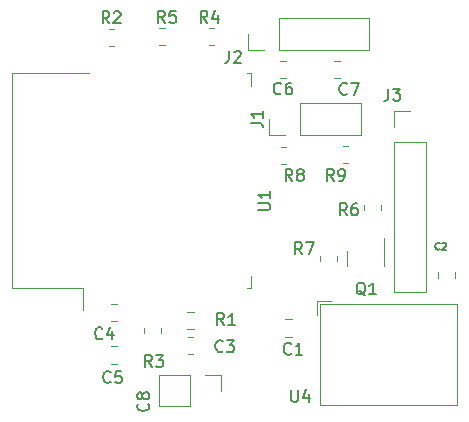
<source format=gbr>
%TF.GenerationSoftware,KiCad,Pcbnew,6.0.8-f2edbf62ab~116~ubuntu22.04.1*%
%TF.CreationDate,2022-10-18T22:53:01+02:00*%
%TF.ProjectId,ble-han-port-if,626c652d-6861-46e2-9d70-6f72742d6966,rev?*%
%TF.SameCoordinates,Original*%
%TF.FileFunction,Legend,Top*%
%TF.FilePolarity,Positive*%
%FSLAX46Y46*%
G04 Gerber Fmt 4.6, Leading zero omitted, Abs format (unit mm)*
G04 Created by KiCad (PCBNEW 6.0.8-f2edbf62ab~116~ubuntu22.04.1) date 2022-10-18 22:53:01*
%MOMM*%
%LPD*%
G01*
G04 APERTURE LIST*
%ADD10C,0.150000*%
%ADD11C,0.120000*%
G04 APERTURE END LIST*
D10*
%TO.C,C8*%
X132207142Y-117716666D02*
X132254761Y-117764285D01*
X132302380Y-117907142D01*
X132302380Y-118002380D01*
X132254761Y-118145238D01*
X132159523Y-118240476D01*
X132064285Y-118288095D01*
X131873809Y-118335714D01*
X131730952Y-118335714D01*
X131540476Y-118288095D01*
X131445238Y-118240476D01*
X131350000Y-118145238D01*
X131302380Y-118002380D01*
X131302380Y-117907142D01*
X131350000Y-117764285D01*
X131397619Y-117716666D01*
X131730952Y-117145238D02*
X131683333Y-117240476D01*
X131635714Y-117288095D01*
X131540476Y-117335714D01*
X131492857Y-117335714D01*
X131397619Y-117288095D01*
X131350000Y-117240476D01*
X131302380Y-117145238D01*
X131302380Y-116954761D01*
X131350000Y-116859523D01*
X131397619Y-116811904D01*
X131492857Y-116764285D01*
X131540476Y-116764285D01*
X131635714Y-116811904D01*
X131683333Y-116859523D01*
X131730952Y-116954761D01*
X131730952Y-117145238D01*
X131778571Y-117240476D01*
X131826190Y-117288095D01*
X131921428Y-117335714D01*
X132111904Y-117335714D01*
X132207142Y-117288095D01*
X132254761Y-117240476D01*
X132302380Y-117145238D01*
X132302380Y-116954761D01*
X132254761Y-116859523D01*
X132207142Y-116811904D01*
X132111904Y-116764285D01*
X131921428Y-116764285D01*
X131826190Y-116811904D01*
X131778571Y-116859523D01*
X131730952Y-116954761D01*
%TO.C,J2*%
X139066666Y-87852380D02*
X139066666Y-88566666D01*
X139019047Y-88709523D01*
X138923809Y-88804761D01*
X138780952Y-88852380D01*
X138685714Y-88852380D01*
X139495238Y-87947619D02*
X139542857Y-87900000D01*
X139638095Y-87852380D01*
X139876190Y-87852380D01*
X139971428Y-87900000D01*
X140019047Y-87947619D01*
X140066666Y-88042857D01*
X140066666Y-88138095D01*
X140019047Y-88280952D01*
X139447619Y-88852380D01*
X140066666Y-88852380D01*
%TO.C,R9*%
X147933333Y-98852380D02*
X147600000Y-98376190D01*
X147361904Y-98852380D02*
X147361904Y-97852380D01*
X147742857Y-97852380D01*
X147838095Y-97900000D01*
X147885714Y-97947619D01*
X147933333Y-98042857D01*
X147933333Y-98185714D01*
X147885714Y-98280952D01*
X147838095Y-98328571D01*
X147742857Y-98376190D01*
X147361904Y-98376190D01*
X148409523Y-98852380D02*
X148600000Y-98852380D01*
X148695238Y-98804761D01*
X148742857Y-98757142D01*
X148838095Y-98614285D01*
X148885714Y-98423809D01*
X148885714Y-98042857D01*
X148838095Y-97947619D01*
X148790476Y-97900000D01*
X148695238Y-97852380D01*
X148504761Y-97852380D01*
X148409523Y-97900000D01*
X148361904Y-97947619D01*
X148314285Y-98042857D01*
X148314285Y-98280952D01*
X148361904Y-98376190D01*
X148409523Y-98423809D01*
X148504761Y-98471428D01*
X148695238Y-98471428D01*
X148790476Y-98423809D01*
X148838095Y-98376190D01*
X148885714Y-98280952D01*
%TO.C,R8*%
X144433333Y-98852380D02*
X144100000Y-98376190D01*
X143861904Y-98852380D02*
X143861904Y-97852380D01*
X144242857Y-97852380D01*
X144338095Y-97900000D01*
X144385714Y-97947619D01*
X144433333Y-98042857D01*
X144433333Y-98185714D01*
X144385714Y-98280952D01*
X144338095Y-98328571D01*
X144242857Y-98376190D01*
X143861904Y-98376190D01*
X145004761Y-98280952D02*
X144909523Y-98233333D01*
X144861904Y-98185714D01*
X144814285Y-98090476D01*
X144814285Y-98042857D01*
X144861904Y-97947619D01*
X144909523Y-97900000D01*
X145004761Y-97852380D01*
X145195238Y-97852380D01*
X145290476Y-97900000D01*
X145338095Y-97947619D01*
X145385714Y-98042857D01*
X145385714Y-98090476D01*
X145338095Y-98185714D01*
X145290476Y-98233333D01*
X145195238Y-98280952D01*
X145004761Y-98280952D01*
X144909523Y-98328571D01*
X144861904Y-98376190D01*
X144814285Y-98471428D01*
X144814285Y-98661904D01*
X144861904Y-98757142D01*
X144909523Y-98804761D01*
X145004761Y-98852380D01*
X145195238Y-98852380D01*
X145290476Y-98804761D01*
X145338095Y-98757142D01*
X145385714Y-98661904D01*
X145385714Y-98471428D01*
X145338095Y-98376190D01*
X145290476Y-98328571D01*
X145195238Y-98280952D01*
%TO.C,R7*%
X145233333Y-105052380D02*
X144900000Y-104576190D01*
X144661904Y-105052380D02*
X144661904Y-104052380D01*
X145042857Y-104052380D01*
X145138095Y-104100000D01*
X145185714Y-104147619D01*
X145233333Y-104242857D01*
X145233333Y-104385714D01*
X145185714Y-104480952D01*
X145138095Y-104528571D01*
X145042857Y-104576190D01*
X144661904Y-104576190D01*
X145566666Y-104052380D02*
X146233333Y-104052380D01*
X145804761Y-105052380D01*
%TO.C,R5*%
X133633333Y-85452380D02*
X133300000Y-84976190D01*
X133061904Y-85452380D02*
X133061904Y-84452380D01*
X133442857Y-84452380D01*
X133538095Y-84500000D01*
X133585714Y-84547619D01*
X133633333Y-84642857D01*
X133633333Y-84785714D01*
X133585714Y-84880952D01*
X133538095Y-84928571D01*
X133442857Y-84976190D01*
X133061904Y-84976190D01*
X134538095Y-84452380D02*
X134061904Y-84452380D01*
X134014285Y-84928571D01*
X134061904Y-84880952D01*
X134157142Y-84833333D01*
X134395238Y-84833333D01*
X134490476Y-84880952D01*
X134538095Y-84928571D01*
X134585714Y-85023809D01*
X134585714Y-85261904D01*
X134538095Y-85357142D01*
X134490476Y-85404761D01*
X134395238Y-85452380D01*
X134157142Y-85452380D01*
X134061904Y-85404761D01*
X134014285Y-85357142D01*
%TO.C,R2*%
X128933333Y-85502380D02*
X128600000Y-85026190D01*
X128361904Y-85502380D02*
X128361904Y-84502380D01*
X128742857Y-84502380D01*
X128838095Y-84550000D01*
X128885714Y-84597619D01*
X128933333Y-84692857D01*
X128933333Y-84835714D01*
X128885714Y-84930952D01*
X128838095Y-84978571D01*
X128742857Y-85026190D01*
X128361904Y-85026190D01*
X129314285Y-84597619D02*
X129361904Y-84550000D01*
X129457142Y-84502380D01*
X129695238Y-84502380D01*
X129790476Y-84550000D01*
X129838095Y-84597619D01*
X129885714Y-84692857D01*
X129885714Y-84788095D01*
X129838095Y-84930952D01*
X129266666Y-85502380D01*
X129885714Y-85502380D01*
%TO.C,J3*%
X152566666Y-91052380D02*
X152566666Y-91766666D01*
X152519047Y-91909523D01*
X152423809Y-92004761D01*
X152280952Y-92052380D01*
X152185714Y-92052380D01*
X152947619Y-91052380D02*
X153566666Y-91052380D01*
X153233333Y-91433333D01*
X153376190Y-91433333D01*
X153471428Y-91480952D01*
X153519047Y-91528571D01*
X153566666Y-91623809D01*
X153566666Y-91861904D01*
X153519047Y-91957142D01*
X153471428Y-92004761D01*
X153376190Y-92052380D01*
X153090476Y-92052380D01*
X152995238Y-92004761D01*
X152947619Y-91957142D01*
%TO.C,R4*%
X137233333Y-85452380D02*
X136900000Y-84976190D01*
X136661904Y-85452380D02*
X136661904Y-84452380D01*
X137042857Y-84452380D01*
X137138095Y-84500000D01*
X137185714Y-84547619D01*
X137233333Y-84642857D01*
X137233333Y-84785714D01*
X137185714Y-84880952D01*
X137138095Y-84928571D01*
X137042857Y-84976190D01*
X136661904Y-84976190D01*
X138090476Y-84785714D02*
X138090476Y-85452380D01*
X137852380Y-84404761D02*
X137614285Y-85119047D01*
X138233333Y-85119047D01*
%TO.C,Q1*%
X150604761Y-108547619D02*
X150509523Y-108500000D01*
X150414285Y-108404761D01*
X150271428Y-108261904D01*
X150176190Y-108214285D01*
X150080952Y-108214285D01*
X150128571Y-108452380D02*
X150033333Y-108404761D01*
X149938095Y-108309523D01*
X149890476Y-108119047D01*
X149890476Y-107785714D01*
X149938095Y-107595238D01*
X150033333Y-107500000D01*
X150128571Y-107452380D01*
X150319047Y-107452380D01*
X150414285Y-107500000D01*
X150509523Y-107595238D01*
X150557142Y-107785714D01*
X150557142Y-108119047D01*
X150509523Y-108309523D01*
X150414285Y-108404761D01*
X150319047Y-108452380D01*
X150128571Y-108452380D01*
X151509523Y-108452380D02*
X150938095Y-108452380D01*
X151223809Y-108452380D02*
X151223809Y-107452380D01*
X151128571Y-107595238D01*
X151033333Y-107690476D01*
X150938095Y-107738095D01*
%TO.C,U1*%
X141552380Y-101311904D02*
X142361904Y-101311904D01*
X142457142Y-101264285D01*
X142504761Y-101216666D01*
X142552380Y-101121428D01*
X142552380Y-100930952D01*
X142504761Y-100835714D01*
X142457142Y-100788095D01*
X142361904Y-100740476D01*
X141552380Y-100740476D01*
X142552380Y-99740476D02*
X142552380Y-100311904D01*
X142552380Y-100026190D02*
X141552380Y-100026190D01*
X141695238Y-100121428D01*
X141790476Y-100216666D01*
X141838095Y-100311904D01*
%TO.C,J1*%
X140922380Y-93933333D02*
X141636666Y-93933333D01*
X141779523Y-93980952D01*
X141874761Y-94076190D01*
X141922380Y-94219047D01*
X141922380Y-94314285D01*
X141922380Y-92933333D02*
X141922380Y-93504761D01*
X141922380Y-93219047D02*
X140922380Y-93219047D01*
X141065238Y-93314285D01*
X141160476Y-93409523D01*
X141208095Y-93504761D01*
%TO.C,R1*%
X138633333Y-111052380D02*
X138300000Y-110576190D01*
X138061904Y-111052380D02*
X138061904Y-110052380D01*
X138442857Y-110052380D01*
X138538095Y-110100000D01*
X138585714Y-110147619D01*
X138633333Y-110242857D01*
X138633333Y-110385714D01*
X138585714Y-110480952D01*
X138538095Y-110528571D01*
X138442857Y-110576190D01*
X138061904Y-110576190D01*
X139585714Y-111052380D02*
X139014285Y-111052380D01*
X139300000Y-111052380D02*
X139300000Y-110052380D01*
X139204761Y-110195238D01*
X139109523Y-110290476D01*
X139014285Y-110338095D01*
%TO.C,C5*%
X129033333Y-115857142D02*
X128985714Y-115904761D01*
X128842857Y-115952380D01*
X128747619Y-115952380D01*
X128604761Y-115904761D01*
X128509523Y-115809523D01*
X128461904Y-115714285D01*
X128414285Y-115523809D01*
X128414285Y-115380952D01*
X128461904Y-115190476D01*
X128509523Y-115095238D01*
X128604761Y-115000000D01*
X128747619Y-114952380D01*
X128842857Y-114952380D01*
X128985714Y-115000000D01*
X129033333Y-115047619D01*
X129938095Y-114952380D02*
X129461904Y-114952380D01*
X129414285Y-115428571D01*
X129461904Y-115380952D01*
X129557142Y-115333333D01*
X129795238Y-115333333D01*
X129890476Y-115380952D01*
X129938095Y-115428571D01*
X129985714Y-115523809D01*
X129985714Y-115761904D01*
X129938095Y-115857142D01*
X129890476Y-115904761D01*
X129795238Y-115952380D01*
X129557142Y-115952380D01*
X129461904Y-115904761D01*
X129414285Y-115857142D01*
%TO.C,C4*%
X128333333Y-112157142D02*
X128285714Y-112204761D01*
X128142857Y-112252380D01*
X128047619Y-112252380D01*
X127904761Y-112204761D01*
X127809523Y-112109523D01*
X127761904Y-112014285D01*
X127714285Y-111823809D01*
X127714285Y-111680952D01*
X127761904Y-111490476D01*
X127809523Y-111395238D01*
X127904761Y-111300000D01*
X128047619Y-111252380D01*
X128142857Y-111252380D01*
X128285714Y-111300000D01*
X128333333Y-111347619D01*
X129190476Y-111585714D02*
X129190476Y-112252380D01*
X128952380Y-111204761D02*
X128714285Y-111919047D01*
X129333333Y-111919047D01*
%TO.C,U4*%
X144338095Y-116552380D02*
X144338095Y-117361904D01*
X144385714Y-117457142D01*
X144433333Y-117504761D01*
X144528571Y-117552380D01*
X144719047Y-117552380D01*
X144814285Y-117504761D01*
X144861904Y-117457142D01*
X144909523Y-117361904D01*
X144909523Y-116552380D01*
X145814285Y-116885714D02*
X145814285Y-117552380D01*
X145576190Y-116504761D02*
X145338095Y-117219047D01*
X145957142Y-117219047D01*
%TO.C,C2*%
X156900000Y-104614285D02*
X156871428Y-104642857D01*
X156785714Y-104671428D01*
X156728571Y-104671428D01*
X156642857Y-104642857D01*
X156585714Y-104585714D01*
X156557142Y-104528571D01*
X156528571Y-104414285D01*
X156528571Y-104328571D01*
X156557142Y-104214285D01*
X156585714Y-104157142D01*
X156642857Y-104100000D01*
X156728571Y-104071428D01*
X156785714Y-104071428D01*
X156871428Y-104100000D01*
X156900000Y-104128571D01*
X157128571Y-104128571D02*
X157157142Y-104100000D01*
X157214285Y-104071428D01*
X157357142Y-104071428D01*
X157414285Y-104100000D01*
X157442857Y-104128571D01*
X157471428Y-104185714D01*
X157471428Y-104242857D01*
X157442857Y-104328571D01*
X157100000Y-104671428D01*
X157471428Y-104671428D01*
%TO.C,C6*%
X143470833Y-91437142D02*
X143423214Y-91484761D01*
X143280357Y-91532380D01*
X143185119Y-91532380D01*
X143042261Y-91484761D01*
X142947023Y-91389523D01*
X142899404Y-91294285D01*
X142851785Y-91103809D01*
X142851785Y-90960952D01*
X142899404Y-90770476D01*
X142947023Y-90675238D01*
X143042261Y-90580000D01*
X143185119Y-90532380D01*
X143280357Y-90532380D01*
X143423214Y-90580000D01*
X143470833Y-90627619D01*
X144327976Y-90532380D02*
X144137500Y-90532380D01*
X144042261Y-90580000D01*
X143994642Y-90627619D01*
X143899404Y-90770476D01*
X143851785Y-90960952D01*
X143851785Y-91341904D01*
X143899404Y-91437142D01*
X143947023Y-91484761D01*
X144042261Y-91532380D01*
X144232738Y-91532380D01*
X144327976Y-91484761D01*
X144375595Y-91437142D01*
X144423214Y-91341904D01*
X144423214Y-91103809D01*
X144375595Y-91008571D01*
X144327976Y-90960952D01*
X144232738Y-90913333D01*
X144042261Y-90913333D01*
X143947023Y-90960952D01*
X143899404Y-91008571D01*
X143851785Y-91103809D01*
%TO.C,C3*%
X138533333Y-113257142D02*
X138485714Y-113304761D01*
X138342857Y-113352380D01*
X138247619Y-113352380D01*
X138104761Y-113304761D01*
X138009523Y-113209523D01*
X137961904Y-113114285D01*
X137914285Y-112923809D01*
X137914285Y-112780952D01*
X137961904Y-112590476D01*
X138009523Y-112495238D01*
X138104761Y-112400000D01*
X138247619Y-112352380D01*
X138342857Y-112352380D01*
X138485714Y-112400000D01*
X138533333Y-112447619D01*
X138866666Y-112352380D02*
X139485714Y-112352380D01*
X139152380Y-112733333D01*
X139295238Y-112733333D01*
X139390476Y-112780952D01*
X139438095Y-112828571D01*
X139485714Y-112923809D01*
X139485714Y-113161904D01*
X139438095Y-113257142D01*
X139390476Y-113304761D01*
X139295238Y-113352380D01*
X139009523Y-113352380D01*
X138914285Y-113304761D01*
X138866666Y-113257142D01*
%TO.C,R3*%
X132533333Y-114602380D02*
X132200000Y-114126190D01*
X131961904Y-114602380D02*
X131961904Y-113602380D01*
X132342857Y-113602380D01*
X132438095Y-113650000D01*
X132485714Y-113697619D01*
X132533333Y-113792857D01*
X132533333Y-113935714D01*
X132485714Y-114030952D01*
X132438095Y-114078571D01*
X132342857Y-114126190D01*
X131961904Y-114126190D01*
X132866666Y-113602380D02*
X133485714Y-113602380D01*
X133152380Y-113983333D01*
X133295238Y-113983333D01*
X133390476Y-114030952D01*
X133438095Y-114078571D01*
X133485714Y-114173809D01*
X133485714Y-114411904D01*
X133438095Y-114507142D01*
X133390476Y-114554761D01*
X133295238Y-114602380D01*
X133009523Y-114602380D01*
X132914285Y-114554761D01*
X132866666Y-114507142D01*
%TO.C,C7*%
X149033333Y-91457142D02*
X148985714Y-91504761D01*
X148842857Y-91552380D01*
X148747619Y-91552380D01*
X148604761Y-91504761D01*
X148509523Y-91409523D01*
X148461904Y-91314285D01*
X148414285Y-91123809D01*
X148414285Y-90980952D01*
X148461904Y-90790476D01*
X148509523Y-90695238D01*
X148604761Y-90600000D01*
X148747619Y-90552380D01*
X148842857Y-90552380D01*
X148985714Y-90600000D01*
X149033333Y-90647619D01*
X149366666Y-90552380D02*
X150033333Y-90552380D01*
X149604761Y-91552380D01*
%TO.C,C1*%
X144333333Y-113457142D02*
X144285714Y-113504761D01*
X144142857Y-113552380D01*
X144047619Y-113552380D01*
X143904761Y-113504761D01*
X143809523Y-113409523D01*
X143761904Y-113314285D01*
X143714285Y-113123809D01*
X143714285Y-112980952D01*
X143761904Y-112790476D01*
X143809523Y-112695238D01*
X143904761Y-112600000D01*
X144047619Y-112552380D01*
X144142857Y-112552380D01*
X144285714Y-112600000D01*
X144333333Y-112647619D01*
X145285714Y-113552380D02*
X144714285Y-113552380D01*
X145000000Y-113552380D02*
X145000000Y-112552380D01*
X144904761Y-112695238D01*
X144809523Y-112790476D01*
X144714285Y-112838095D01*
%TO.C,R6*%
X149033333Y-101752380D02*
X148700000Y-101276190D01*
X148461904Y-101752380D02*
X148461904Y-100752380D01*
X148842857Y-100752380D01*
X148938095Y-100800000D01*
X148985714Y-100847619D01*
X149033333Y-100942857D01*
X149033333Y-101085714D01*
X148985714Y-101180952D01*
X148938095Y-101228571D01*
X148842857Y-101276190D01*
X148461904Y-101276190D01*
X149890476Y-100752380D02*
X149700000Y-100752380D01*
X149604761Y-100800000D01*
X149557142Y-100847619D01*
X149461904Y-100990476D01*
X149414285Y-101180952D01*
X149414285Y-101561904D01*
X149461904Y-101657142D01*
X149509523Y-101704761D01*
X149604761Y-101752380D01*
X149795238Y-101752380D01*
X149890476Y-101704761D01*
X149938095Y-101657142D01*
X149985714Y-101561904D01*
X149985714Y-101323809D01*
X149938095Y-101228571D01*
X149890476Y-101180952D01*
X149795238Y-101133333D01*
X149604761Y-101133333D01*
X149509523Y-101180952D01*
X149461904Y-101228571D01*
X149414285Y-101323809D01*
D11*
%TO.C,C8*%
X137025000Y-115270000D02*
X138355000Y-115270000D01*
X133155000Y-115270000D02*
X133155000Y-117930000D01*
X135755000Y-115270000D02*
X133155000Y-115270000D01*
X135755000Y-115270000D02*
X135755000Y-117930000D01*
X138355000Y-115270000D02*
X138355000Y-116600000D01*
X135755000Y-117930000D02*
X133155000Y-117930000D01*
%TO.C,J2*%
X143270000Y-85070000D02*
X150950000Y-85070000D01*
X142000000Y-87730000D02*
X140670000Y-87730000D01*
X150950000Y-87730000D02*
X150950000Y-85070000D01*
X143270000Y-87730000D02*
X143270000Y-85070000D01*
X140670000Y-87730000D02*
X140670000Y-86400000D01*
X143270000Y-87730000D02*
X150950000Y-87730000D01*
%TO.C,R9*%
X149127064Y-97335000D02*
X148672936Y-97335000D01*
X149127064Y-95865000D02*
X148672936Y-95865000D01*
%TO.C,R8*%
X143472936Y-95965000D02*
X143927064Y-95965000D01*
X143472936Y-97435000D02*
X143927064Y-97435000D01*
%TO.C,R7*%
X146765000Y-105627064D02*
X146765000Y-105172936D01*
X148235000Y-105627064D02*
X148235000Y-105172936D01*
%TO.C,R5*%
X133172936Y-85865000D02*
X133627064Y-85865000D01*
X133172936Y-87335000D02*
X133627064Y-87335000D01*
%TO.C,R2*%
X128872936Y-85965000D02*
X129327064Y-85965000D01*
X128872936Y-87435000D02*
X129327064Y-87435000D01*
%TO.C,J3*%
X155730000Y-95520000D02*
X155730000Y-108280000D01*
X153070000Y-108280000D02*
X155730000Y-108280000D01*
X153070000Y-95520000D02*
X155730000Y-95520000D01*
X153070000Y-92920000D02*
X154400000Y-92920000D01*
X153070000Y-94250000D02*
X153070000Y-92920000D01*
X153070000Y-95520000D02*
X153070000Y-108280000D01*
%TO.C,R4*%
X137827064Y-87335000D02*
X137372936Y-87335000D01*
X137827064Y-85865000D02*
X137372936Y-85865000D01*
%TO.C,Q1*%
X152160000Y-105400000D02*
X152160000Y-106050000D01*
X149040000Y-105400000D02*
X149040000Y-106050000D01*
X152160000Y-105400000D02*
X152160000Y-103725000D01*
X149040000Y-105400000D02*
X149040000Y-104750000D01*
%TO.C,U1*%
X120680000Y-107920000D02*
X120680000Y-89680000D01*
X140600000Y-89680000D02*
X140900000Y-89680000D01*
X140920000Y-90800000D02*
X140920000Y-89680000D01*
X120680000Y-107920000D02*
X126700000Y-107920000D01*
X120680000Y-89680000D02*
X127200000Y-89680000D01*
X126700000Y-107920000D02*
X126700000Y-109800000D01*
X140600000Y-107920000D02*
X140920000Y-107920000D01*
X140920000Y-107920000D02*
X140920000Y-106900000D01*
%TO.C,J1*%
X150210000Y-94930000D02*
X150210000Y-92270000D01*
X145070000Y-94930000D02*
X150210000Y-94930000D01*
X143800000Y-94930000D02*
X142470000Y-94930000D01*
X145070000Y-92270000D02*
X150210000Y-92270000D01*
X142470000Y-94930000D02*
X142470000Y-93600000D01*
X145070000Y-94930000D02*
X145070000Y-92270000D01*
%TO.C,R1*%
X135572936Y-113535000D02*
X136027064Y-113535000D01*
X135572936Y-112065000D02*
X136027064Y-112065000D01*
%TO.C,C5*%
X129038748Y-112865000D02*
X129561252Y-112865000D01*
X129038748Y-114335000D02*
X129561252Y-114335000D01*
%TO.C,C4*%
X129038748Y-109265000D02*
X129561252Y-109265000D01*
X129038748Y-110735000D02*
X129561252Y-110735000D01*
%TO.C,U4*%
X158352500Y-109232500D02*
X158352500Y-117852500D01*
X146732500Y-117852500D02*
X158352500Y-117852500D01*
X146492500Y-108992500D02*
X147732500Y-108992500D01*
X146732500Y-109232500D02*
X146732500Y-117852500D01*
X146492500Y-110232500D02*
X146492500Y-108992500D01*
X146732500Y-109232500D02*
X158352500Y-109232500D01*
%TO.C,C2*%
X156765000Y-107061252D02*
X156765000Y-106538748D01*
X158235000Y-107061252D02*
X158235000Y-106538748D01*
%TO.C,C6*%
X143898752Y-90135000D02*
X143376248Y-90135000D01*
X143898752Y-88665000D02*
X143376248Y-88665000D01*
%TO.C,C3*%
X135538748Y-109915000D02*
X136061252Y-109915000D01*
X135538748Y-111385000D02*
X136061252Y-111385000D01*
%TO.C,R3*%
X131865000Y-111727064D02*
X131865000Y-111272936D01*
X133335000Y-111727064D02*
X133335000Y-111272936D01*
%TO.C,C7*%
X147938748Y-90135000D02*
X148461252Y-90135000D01*
X147938748Y-88665000D02*
X148461252Y-88665000D01*
%TO.C,C1*%
X144361252Y-112035000D02*
X143838748Y-112035000D01*
X144361252Y-110565000D02*
X143838748Y-110565000D01*
%TO.C,R6*%
X150465000Y-101327064D02*
X150465000Y-100872936D01*
X151935000Y-101327064D02*
X151935000Y-100872936D01*
%TD*%
M02*

</source>
